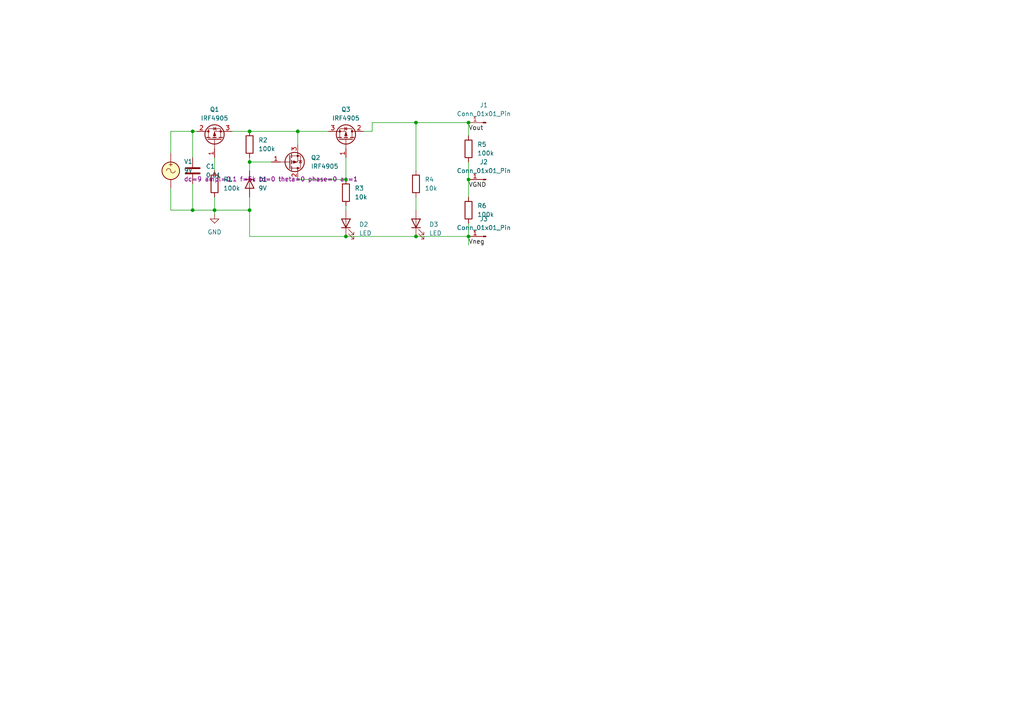
<source format=kicad_sch>
(kicad_sch (version 20250114) (generator "eeschema") (generator_version "9.0")
  (paper "A4")
  (lib_symbols
    (symbol "Connector:Conn_01x01_Pin" (pin_names (offset 1.016) (hide yes))
      (property "Reference" "J" (at 0 2.54 0))
      (property "Value" "Conn_01x01_Pin" (at 0 -2.54 0))
      (symbol "Conn_01x01_Pin_1_1"
        (rectangle (start 0.8636 0.127) (end 0 -0.127) (stroke (width 0.1524)) (fill (type outline)))
        (polyline (pts (xy 1.27 0) (xy 0.8636 0)) (stroke (width 0.1524)))
        (pin passive line (at 5.08 0 180) (length 3.81) (name "Pin_1") (number "1"))
      )
    )
    (symbol "Device:C" (pin_numbers (hide yes)) (pin_names (offset 0.254))
      (property "Reference" "C" (at 0.635 2.54 0))
      (property "Value" "C" (at 0.635 -2.54 0))
      (symbol "C_0_1"
        (polyline (pts (xy -2.032 0.762) (xy 2.032 0.762)) (stroke (width 0.508)))
        (polyline (pts (xy -2.032 -0.762) (xy 2.032 -0.762)) (stroke (width 0.508)))
      )
      (symbol "C_1_1"
        (pin passive line (at 0 3.81 270) (length 2.794) (name "~") (number "1"))
        (pin passive line (at 0 -3.81 90) (length 2.794) (name "~") (number "2"))
      )
    )
    (symbol "Device:D_Zener" (pin_numbers (hide yes)) (pin_names (offset 1.016) (hide yes))
      (property "Reference" "D" (at 0 2.54 0))
      (property "Value" "D_Zener" (at 0 -2.54 0))
      (symbol "D_Zener_0_1"
        (polyline (pts (xy -1.27 -1.27) (xy -1.27 1.27) (xy -0.762 1.27)) (stroke (width 0.254)))
        (polyline (pts (xy 1.27 0) (xy -1.27 0)))
        (polyline (pts (xy 1.27 -1.27) (xy 1.27 1.27) (xy -1.27 0) (xy 1.27 -1.27)) (stroke (width 0.254)))
      )
      (symbol "D_Zener_1_1"
        (pin passive line (at -3.81 0 0) (length 2.54) (name "K") (number "1"))
        (pin passive line (at 3.81 0 180) (length 2.54) (name "A") (number "2"))
      )
    )
    (symbol "Device:LED" (pin_numbers (hide yes)) (pin_names (offset 1.016) (hide yes))
      (property "Reference" "D" (at 0 2.54 0))
      (property "Value" "LED" (at 0 -2.54 0))
      (symbol "LED_0_1"
        (polyline (pts (xy -3.048 -0.762) (xy -4.572 -2.286) (xy -3.81 -2.286) (xy -4.572 -2.286) (xy -4.572 -1.524)))
        (polyline (pts (xy -1.778 -0.762) (xy -3.302 -2.286) (xy -2.54 -2.286) (xy -3.302 -2.286) (xy -3.302 -1.524)))
        (polyline (pts (xy -1.27 0) (xy 1.27 0)))
        (polyline (pts (xy -1.27 -1.27) (xy -1.27 1.27)) (stroke (width 0.254)))
        (polyline (pts (xy 1.27 -1.27) (xy 1.27 1.27) (xy -1.27 0) (xy 1.27 -1.27)) (stroke (width 0.254)))
      )
      (symbol "LED_1_1"
        (pin passive line (at -3.81 0 0) (length 2.54) (name "K") (number "1"))
        (pin passive line (at 3.81 0 180) (length 2.54) (name "A") (number "2"))
      )
    )
    (symbol "Device:R" (pin_numbers (hide yes)) (pin_names (offset 0))
      (property "Reference" "R" (at 2.032 0 90))
      (property "Value" "R" (at 0 0 90))
      (symbol "R_0_1"
        (rectangle (start -1.016 -2.54) (end 1.016 2.54) (stroke (width 0.254)))
      )
      (symbol "R_1_1"
        (pin passive line (at 0 3.81 270) (length 1.27) (name "~") (number "1"))
        (pin passive line (at 0 -3.81 90) (length 1.27) (name "~") (number "2"))
      )
    )
    (symbol "Simulation_SPICE:VSIN" (pin_numbers (hide yes)) (pin_names (offset 0.0254))
      (property "Reference" "V" (at 2.54 2.54 0))
      (property "Value" "VSIN" (at 2.54 0 0))
      (property "Sim.Params" "dc=0 ampl=1 f=1k ac=1" (at 2.54 -2.54 0))
      (symbol "VSIN_0_0"
        (arc (start -1.27 0) (mid -0.635 0.6323) (end 0 0))
        (arc (start 1.27 0) (mid 0.635 -0.6323) (end 0 0))
        (text "+" (at 0 1.905 0) (effects (font (size 1.27 1.27))))
      )
      (symbol "VSIN_0_1"
        (circle (center 0 0) (radius 2.54) (stroke (width 0.254)) (fill (type background)))
      )
      (symbol "VSIN_1_1"
        (pin passive line (at 0 5.08 270) (length 2.54) (name "~") (number "1"))
        (pin passive line (at 0 -5.08 90) (length 2.54) (name "~") (number "2"))
      )
    )
    (symbol "Transistor_FET:IRF4905" (pin_names (hide yes))
      (property "Reference" "Q" (at 5.08 1.905 0))
      (property "Value" "IRF4905" (at 5.08 0 0))
      (symbol "IRF4905_0_1"
        (polyline (pts (xy 0.254 1.905) (xy 0.254 -1.905)) (stroke (width 0.254)))
        (polyline (pts (xy 0.254 0) (xy -2.54 0)))
        (polyline (pts (xy 0.762 2.286) (xy 0.762 1.27)) (stroke (width 0.254)))
        (polyline (pts (xy 0.762 1.778) (xy 3.302 1.778) (xy 3.302 -1.778) (xy 0.762 -1.778)))
        (polyline (pts (xy 0.762 0.508) (xy 0.762 -0.508)) (stroke (width 0.254)))
        (polyline (pts (xy 0.762 -1.27) (xy 0.762 -2.286)) (stroke (width 0.254)))
        (circle (center 1.651 0) (radius 2.794) (stroke (width 0.254)))
        (polyline (pts (xy 2.286 0) (xy 1.27 0.381) (xy 1.27 -0.381) (xy 2.286 0)) (fill (type outline)))
        (polyline (pts (xy 2.54 2.54) (xy 2.54 1.778)))
        (circle (center 2.54 1.778) (radius 0.254) (fill (type outline)))
        (circle (center 2.54 -1.778) (radius 0.254) (fill (type outline)))
        (polyline (pts (xy 2.54 -2.54) (xy 2.54 0) (xy 0.762 0)))
        (polyline (pts (xy 2.794 -0.508) (xy 2.921 -0.381) (xy 3.683 -0.381) (xy 3.81 -0.254)))
        (polyline (pts (xy 3.302 -0.381) (xy 2.921 0.254) (xy 3.683 0.254) (xy 3.302 -0.381)))
      )
      (symbol "IRF4905_1_1"
        (pin input line (at -5.08 0 0) (length 2.54) (name "G") (number "1"))
        (pin passive line (at 2.54 5.08 270) (length 2.54) (name "D") (number "2"))
        (pin passive line (at 2.54 -5.08 90) (length 2.54) (name "S") (number "3"))
      )
    )
    (symbol "power:GND" (power) (pin_numbers (hide yes)) (pin_names (offset 0) (hide yes))
      (property "Value" "GND" (at 0 -3.81 0))
      (symbol "GND_0_1"
        (polyline (pts (xy 0 0) (xy 0 -1.27) (xy 1.27 -1.27) (xy 0 -2.54) (xy -1.27 -1.27) (xy 0 -1.27)))
      )
      (symbol "GND_1_1"
        (pin power_in line (at 0 0 270) (length 0) (name "~") (number "1"))
      )
    )
  )
  (junction (at 55.88 38.1))
  (junction (at 86.36 38.1))
  (junction (at 72.39 38.1))
  (junction (at 135.89 52.07))
  (junction (at 120.65 68.58))
  (junction (at 100.33 68.58))
  (junction (at 55.88 60.96))
  (junction (at 72.39 46.99))
  (junction (at 100.33 52.07))
  (junction (at 120.65 35.56))
  (junction (at 62.23 60.96))
  (junction (at 72.39 60.96))
  (junction (at 135.89 35.56))
  (junction (at 135.89 68.58))
  (wire (pts (xy 55.88 53.34) (xy 55.88 60.96)))
  (wire (pts (xy 100.33 68.58) (xy 72.39 68.58)))
  (wire (pts (xy 72.39 57.15) (xy 72.39 60.96)))
  (wire (pts (xy 55.88 38.1) (xy 57.15 38.1)))
  (wire (pts (xy 100.33 45.72) (xy 100.33 52.07)))
  (wire (pts (xy 107.95 35.56) (xy 120.65 35.56)))
  (wire (pts (xy 72.39 46.99) (xy 72.39 49.53)))
  (wire (pts (xy 72.39 46.99) (xy 78.74 46.99)))
  (wire (pts (xy 49.53 54.61) (xy 49.53 60.96)))
  (wire (pts (xy 62.23 62.23) (xy 62.23 60.96)))
  (wire (pts (xy 72.39 60.96) (xy 62.23 60.96)))
  (wire (pts (xy 105.41 38.1) (xy 107.95 38.1)))
  (wire (pts (xy 72.39 45.72) (xy 72.39 46.99)))
  (wire (pts (xy 135.89 52.07) (xy 135.89 57.15)))
  (wire (pts (xy 62.23 45.72) (xy 62.23 49.53)))
  (wire (pts (xy 86.36 38.1) (xy 95.25 38.1)))
  (wire (pts (xy 135.89 46.99) (xy 135.89 52.07)))
  (wire (pts (xy 120.65 35.56) (xy 120.65 49.53)))
  (wire (pts (xy 62.23 57.15) (xy 62.23 60.96)))
  (wire (pts (xy 55.88 38.1) (xy 55.88 45.72)))
  (wire (pts (xy 86.36 52.07) (xy 100.33 52.07)))
  (wire (pts (xy 49.53 44.45) (xy 49.53 38.1)))
  (wire (pts (xy 135.89 64.77) (xy 135.89 68.58)))
  (wire (pts (xy 72.39 38.1) (xy 86.36 38.1)))
  (wire (pts (xy 135.89 71.12) (xy 135.89 68.58)))
  (wire (pts (xy 49.53 38.1) (xy 55.88 38.1)))
  (wire (pts (xy 120.65 35.56) (xy 135.89 35.56)))
  (wire (pts (xy 120.65 57.15) (xy 120.65 60.96)))
  (wire (pts (xy 135.89 68.58) (xy 120.65 68.58)))
  (wire (pts (xy 100.33 59.69) (xy 100.33 60.96)))
  (wire (pts (xy 135.89 35.56) (xy 135.89 39.37)))
  (wire (pts (xy 67.31 38.1) (xy 72.39 38.1)))
  (wire (pts (xy 55.88 60.96) (xy 62.23 60.96)))
  (wire (pts (xy 100.33 68.58) (xy 120.65 68.58)))
  (wire (pts (xy 86.36 38.1) (xy 86.36 41.91)))
  (wire (pts (xy 49.53 60.96) (xy 55.88 60.96)))
  (wire (pts (xy 107.95 38.1) (xy 107.95 35.56)))
  (wire (pts (xy 72.39 68.58) (xy 72.39 60.96)))
  (label "Vneg" (at 135.89 71.12 0))
  (label "Vout" (at 135.89 38.1 0))
  (label "VGND" (at 135.89 54.61 0))
  (symbol (lib_id "Device:R") (at 135.89 60.96 0) (unit 1)
    (property "Reference" "R6" (at 138.43 59.6899 0) (effects (justify left)))
    (property "Value" "100k" (at 138.43 62.2299 0) (effects (justify left)))
    (property "Footprint" "Resistor_THT:R_Axial_DIN0204_L3.6mm_D1.6mm_P2.54mm_Vertical" (effects (hide yes)))
    (property "Description" "Resistor" (effects (hide yes)))
  )
  (symbol (lib_id "Device:R") (at 62.23 53.34 0) (unit 1)
    (property "Reference" "R1" (at 64.77 52.0699 0) (effects (justify left)))
    (property "Value" "100k" (at 64.77 54.6099 0) (effects (justify left)))
    (property "Footprint" "Resistor_THT:R_Axial_DIN0204_L3.6mm_D1.6mm_P2.54mm_Vertical" (effects (hide yes)))
    (property "Description" "Resistor" (effects (hide yes)))
  )
  (symbol (lib_id "Device:LED") (at 120.65 64.77 90) (unit 1)
    (property "Reference" "D3" (at 124.46 65.0874 90) (effects (justify right)))
    (property "Value" "LED" (at 124.46 67.6274 90) (effects (justify right)))
    (property "Footprint" "LED_THT:LED_D3.0mm" (effects (hide yes)))
    (property "Description" "Light emitting diode" (effects (hide yes)))
    (property "Sim.Pins" "1=K 2=A" (effects (hide yes)))
    (property "Sim.Device" "D" (effects (hide yes)))
  )
  (symbol (lib_id "Connector:Conn_01x01_Pin") (at 140.97 35.56 180) (unit 1)
    (property "Reference" "J1" (at 140.335 30.48 0))
    (property "Value" "Conn_01x01_Pin" (at 140.335 33.02 0))
    (property "Footprint" "Connector_Wire:SolderWirePad_1x01_SMD_2x4mm" (effects (hide yes)))
    (property "Description" "Generic connector, single row, 01x01, script generated" (effects (hide yes)))
  )
  (symbol (lib_id "Device:LED") (at 100.33 64.77 90) (unit 1)
    (property "Reference" "D2" (at 104.14 65.0874 90) (effects (justify right)))
    (property "Value" "LED" (at 104.14 67.6274 90) (effects (justify right)))
    (property "Footprint" "LED_THT:LED_D3.0mm" (effects (hide yes)))
    (property "Description" "Light emitting diode" (effects (hide yes)))
    (property "Sim.Pins" "1=K 2=A" (effects (hide yes)))
    (property "Sim.Device" "D" (effects (hide yes)))
  )
  (symbol (lib_id "Connector:Conn_01x01_Pin") (at 140.97 52.07 180) (unit 1)
    (property "Reference" "J2" (at 140.335 46.99 0))
    (property "Value" "Conn_01x01_Pin" (at 140.335 49.53 0))
    (property "Footprint" "Connector_Wire:SolderWirePad_1x01_SMD_2x4mm" (effects (hide yes)))
    (property "Description" "Generic connector, single row, 01x01, script generated" (effects (hide yes)))
  )
  (symbol (lib_id "Transistor_FET:IRF4905") (at 100.33 40.64 270) (mirror x) (unit 1)
    (property "Reference" "Q3" (at 100.33 31.75 90))
    (property "Value" "IRF4905" (at 100.33 34.29 90))
    (property "Footprint" "Package_TO_SOT_THT:TO-220-3_Vertical" (effects (hide yes)))
    (property "Datasheet" "http://www.infineon.com/dgdl/irf4905.pdf?fileId=5546d462533600a4015355e32165197c" (effects (hide yes)))
    (property "Description" "-74A Id, -55V Vds, Single P-Channel HEXFET Power MOSFET, 20mOhm Ron, TO-220AB" (effects (hide yes)))
    (property "Sim.Device" "PMOS" (effects (hide yes)))
    (property "Sim.Type" "VDMOS" (effects (hide yes)))
    (property "Sim.Pins" "1=G 2=D 3=S" (effects (hide yes)))
  )
  (symbol (lib_id "Device:R") (at 120.65 53.34 0) (unit 1)
    (property "Reference" "R4" (at 123.19 52.0699 0) (effects (justify left)))
    (property "Value" "10k" (at 123.19 54.6099 0) (effects (justify left)))
    (property "Footprint" "Resistor_THT:R_Axial_DIN0204_L3.6mm_D1.6mm_P2.54mm_Vertical" (effects (hide yes)))
    (property "Description" "Resistor" (effects (hide yes)))
  )
  (symbol (lib_id "Connector:Conn_01x01_Pin") (at 140.97 68.58 180) (unit 1)
    (property "Reference" "J3" (at 140.335 63.5 0))
    (property "Value" "Conn_01x01_Pin" (at 140.335 66.04 0))
    (property "Footprint" "Connector_Wire:SolderWirePad_1x01_SMD_2x4mm" (effects (hide yes)))
    (property "Description" "Generic connector, single row, 01x01, script generated" (effects (hide yes)))
  )
  (symbol (lib_id "Device:R") (at 100.33 55.88 0) (unit 1)
    (property "Reference" "R3" (at 102.87 54.6099 0) (effects (justify left)))
    (property "Value" "10k" (at 102.87 57.1499 0) (effects (justify left)))
    (property "Footprint" "Resistor_THT:R_Axial_DIN0204_L3.6mm_D1.6mm_P2.54mm_Vertical" (effects (hide yes)))
    (property "Description" "Resistor" (effects (hide yes)))
  )
  (symbol (lib_id "Device:C") (at 55.88 49.53 0) (unit 1)
    (property "Reference" "C1" (at 59.69 48.2599 0) (effects (justify left)))
    (property "Value" "0.01" (at 59.69 50.7999 0) (effects (justify left)))
    (property "Footprint" "Capacitor_THT:C_Disc_D5.0mm_W2.5mm_P5.00mm" (effects (hide yes)))
    (property "Description" "Unpolarized capacitor" (effects (hide yes)))
  )
  (symbol (lib_id "Simulation_SPICE:VSIN") (at 49.53 49.53 0) (unit 1)
    (property "Reference" "V1" (at 53.34 46.8601 0) (effects (justify left)))
    (property "Value" "9V" (at 53.34 49.4001 0) (effects (justify left)))
    (property "Footprint" "Resistor_SMD:R_2010_5025Metric_Pad1.40x2.65mm_HandSolder" (effects (hide yes)))
    (property "Datasheet" "https://ngspice.sourceforge.io/docs/ngspice-html-manual/manual.xhtml#sec_Independent_Sources_for" (effects (hide yes)))
    (property "Description" "Voltage source, sinusoidal" (effects (hide yes)))
    (property "Sim.Pins" "1=+ 2=-" (effects (hide yes)))
    (property "Sim.Params" "dc=9 ampl=0.1 f=5k td=0 theta=0 phase=0 ac=1" (at 53.34 51.9401 0) (effects (justify left)))
    (property "Sim.Type" "SIN" (effects (hide yes)))
    (property "Sim.Device" "V" (effects (hide yes)))
  )
  (symbol (lib_id "Device:R") (at 135.89 43.18 0) (unit 1)
    (property "Reference" "R5" (at 138.43 41.9099 0) (effects (justify left)))
    (property "Value" "100k" (at 138.43 44.4499 0) (effects (justify left)))
    (property "Footprint" "Resistor_THT:R_Axial_DIN0204_L3.6mm_D1.6mm_P2.54mm_Vertical" (effects (hide yes)))
    (property "Description" "Resistor" (effects (hide yes)))
  )
  (symbol (lib_id "Transistor_FET:IRF4905") (at 62.23 40.64 90) (unit 1)
    (property "Reference" "Q1" (at 62.23 31.75 90))
    (property "Value" "IRF4905" (at 62.23 34.29 90))
    (property "Footprint" "Package_TO_SOT_THT:TO-220-3_Vertical" (effects (hide yes)))
    (property "Datasheet" "http://www.infineon.com/dgdl/irf4905.pdf?fileId=5546d462533600a4015355e32165197c" (effects (hide yes)))
    (property "Description" "-74A Id, -55V Vds, Single P-Channel HEXFET Power MOSFET, 20mOhm Ron, TO-220AB" (effects (hide yes)))
    (property "Sim.Device" "PMOS" (effects (hide yes)))
    (property "Sim.Type" "VDMOS" (effects (hide yes)))
    (property "Sim.Pins" "1=G 2=D 3=S" (effects (hide yes)))
  )
  (symbol (lib_id "power:GND") (at 62.23 62.23 0) (unit 1)
    (property "Reference" "#PWR02" (effects (hide yes)))
    (property "Value" "GND" (at 62.23 67.31 0))
    (property "Description" "Power symbol creates a global label with name \"GND\" , ground" (effects (hide yes)))
  )
  (symbol (lib_id "Transistor_FET:IRF4905") (at 83.82 46.99 0) (mirror x) (unit 1)
    (property "Reference" "Q2" (at 90.17 45.7199 0) (effects (justify left)))
    (property "Value" "IRF4905" (at 90.17 48.2599 0) (effects (justify left)))
    (property "Footprint" "Package_TO_SOT_THT:TO-220-3_Vertical" (effects (hide yes)))
    (property "Datasheet" "http://www.infineon.com/dgdl/irf4905.pdf?fileId=5546d462533600a4015355e32165197c" (effects (hide yes)))
    (property "Description" "-74A Id, -55V Vds, Single P-Channel HEXFET Power MOSFET, 20mOhm Ron, TO-220AB" (effects (hide yes)))
    (property "Sim.Device" "PMOS" (effects (hide yes)))
    (property "Sim.Type" "VDMOS" (effects (hide yes)))
    (property "Sim.Pins" "1=G 2=D 3=S" (effects (hide yes)))
  )
  (symbol (lib_id "Device:D_Zener") (at 72.39 53.34 270) (unit 1)
    (property "Reference" "D1" (at 74.93 52.0699 90) (effects (justify left)))
    (property "Value" "9V" (at 74.93 54.6099 90) (effects (justify left)))
    (property "Footprint" "Diode_THT:D_DO-41_SOD81_P10.16mm_Horizontal" (effects (hide yes)))
    (property "Description" "Zener diode" (effects (hide yes)))
    (property "Sim.Device" "D" (effects (hide yes)))
    (property "Sim.Pins" "1=K 2=A" (effects (hide yes)))
    (property "Sim.Params" "bv=9" (effects (hide yes)))
  )
  (symbol (lib_id "Device:R") (at 72.39 41.91 0) (unit 1)
    (property "Reference" "R2" (at 74.93 40.6399 0) (effects (justify left)))
    (property "Value" "100k" (at 74.93 43.1799 0) (effects (justify left)))
    (property "Footprint" "Resistor_THT:R_Axial_DIN0204_L3.6mm_D1.6mm_P2.54mm_Vertical" (effects (hide yes)))
    (property "Description" "Resistor" (effects (hide yes)))
  )
)
</source>
